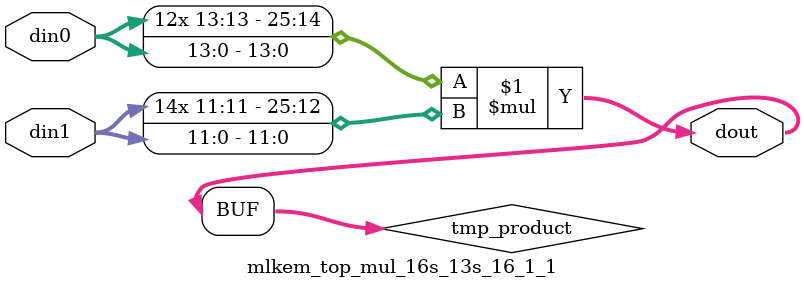
<source format=v>

`timescale 1 ns / 1 ps

 module mlkem_top_mul_16s_13s_16_1_1(din0, din1, dout);
parameter ID = 1;
parameter NUM_STAGE = 0;
parameter din0_WIDTH = 14;
parameter din1_WIDTH = 12;
parameter dout_WIDTH = 26;

input [din0_WIDTH - 1 : 0] din0; 
input [din1_WIDTH - 1 : 0] din1; 
output [dout_WIDTH - 1 : 0] dout;

wire signed [dout_WIDTH - 1 : 0] tmp_product;



























assign tmp_product = $signed(din0) * $signed(din1);








assign dout = tmp_product;





















endmodule

</source>
